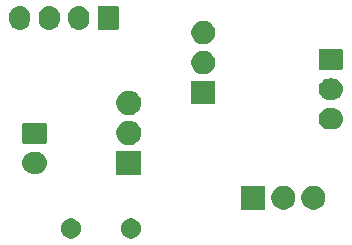
<source format=gts>
G04 #@! TF.GenerationSoftware,KiCad,Pcbnew,(5.1.5)-3*
G04 #@! TF.CreationDate,2020-04-03T17:49:39+02:00*
G04 #@! TF.ProjectId,SM-Magnet,534d2d4d-6167-46e6-9574-2e6b69636164,rev?*
G04 #@! TF.SameCoordinates,Original*
G04 #@! TF.FileFunction,Soldermask,Top*
G04 #@! TF.FilePolarity,Negative*
%FSLAX46Y46*%
G04 Gerber Fmt 4.6, Leading zero omitted, Abs format (unit mm)*
G04 Created by KiCad (PCBNEW (5.1.5)-3) date 2020-04-03 17:49:39*
%MOMM*%
%LPD*%
G04 APERTURE LIST*
%ADD10C,0.100000*%
G04 APERTURE END LIST*
D10*
G36*
X36328228Y-37981703D02*
G01*
X36483100Y-38045853D01*
X36622481Y-38138985D01*
X36741015Y-38257519D01*
X36834147Y-38396900D01*
X36898297Y-38551772D01*
X36931000Y-38716184D01*
X36931000Y-38883816D01*
X36898297Y-39048228D01*
X36834147Y-39203100D01*
X36741015Y-39342481D01*
X36622481Y-39461015D01*
X36483100Y-39554147D01*
X36328228Y-39618297D01*
X36163816Y-39651000D01*
X35996184Y-39651000D01*
X35831772Y-39618297D01*
X35676900Y-39554147D01*
X35537519Y-39461015D01*
X35418985Y-39342481D01*
X35325853Y-39203100D01*
X35261703Y-39048228D01*
X35229000Y-38883816D01*
X35229000Y-38716184D01*
X35261703Y-38551772D01*
X35325853Y-38396900D01*
X35418985Y-38257519D01*
X35537519Y-38138985D01*
X35676900Y-38045853D01*
X35831772Y-37981703D01*
X35996184Y-37949000D01*
X36163816Y-37949000D01*
X36328228Y-37981703D01*
G37*
G36*
X31248228Y-37981703D02*
G01*
X31403100Y-38045853D01*
X31542481Y-38138985D01*
X31661015Y-38257519D01*
X31754147Y-38396900D01*
X31818297Y-38551772D01*
X31851000Y-38716184D01*
X31851000Y-38883816D01*
X31818297Y-39048228D01*
X31754147Y-39203100D01*
X31661015Y-39342481D01*
X31542481Y-39461015D01*
X31403100Y-39554147D01*
X31248228Y-39618297D01*
X31083816Y-39651000D01*
X30916184Y-39651000D01*
X30751772Y-39618297D01*
X30596900Y-39554147D01*
X30457519Y-39461015D01*
X30338985Y-39342481D01*
X30245853Y-39203100D01*
X30181703Y-39048228D01*
X30149000Y-38883816D01*
X30149000Y-38716184D01*
X30181703Y-38551772D01*
X30245853Y-38396900D01*
X30338985Y-38257519D01*
X30457519Y-38138985D01*
X30596900Y-38045853D01*
X30751772Y-37981703D01*
X30916184Y-37949000D01*
X31083816Y-37949000D01*
X31248228Y-37981703D01*
G37*
G36*
X47481000Y-37221000D02*
G01*
X45439000Y-37221000D01*
X45439000Y-35179000D01*
X47481000Y-35179000D01*
X47481000Y-37221000D01*
G37*
G36*
X51837814Y-35218236D02*
G01*
X52023626Y-35295202D01*
X52190847Y-35406935D01*
X52333065Y-35549153D01*
X52444798Y-35716374D01*
X52521764Y-35902186D01*
X52561000Y-36099439D01*
X52561000Y-36300561D01*
X52521764Y-36497814D01*
X52444798Y-36683626D01*
X52333065Y-36850847D01*
X52190847Y-36993065D01*
X52023626Y-37104798D01*
X51837814Y-37181764D01*
X51640561Y-37221000D01*
X51439439Y-37221000D01*
X51242186Y-37181764D01*
X51056374Y-37104798D01*
X50889153Y-36993065D01*
X50746935Y-36850847D01*
X50635202Y-36683626D01*
X50558236Y-36497814D01*
X50519000Y-36300561D01*
X50519000Y-36099439D01*
X50558236Y-35902186D01*
X50635202Y-35716374D01*
X50746935Y-35549153D01*
X50889153Y-35406935D01*
X51056374Y-35295202D01*
X51242186Y-35218236D01*
X51439439Y-35179000D01*
X51640561Y-35179000D01*
X51837814Y-35218236D01*
G37*
G36*
X49297814Y-35218236D02*
G01*
X49483626Y-35295202D01*
X49650847Y-35406935D01*
X49793065Y-35549153D01*
X49904798Y-35716374D01*
X49981764Y-35902186D01*
X50021000Y-36099439D01*
X50021000Y-36300561D01*
X49981764Y-36497814D01*
X49904798Y-36683626D01*
X49793065Y-36850847D01*
X49650847Y-36993065D01*
X49483626Y-37104798D01*
X49297814Y-37181764D01*
X49100561Y-37221000D01*
X48899439Y-37221000D01*
X48702186Y-37181764D01*
X48516374Y-37104798D01*
X48349153Y-36993065D01*
X48206935Y-36850847D01*
X48095202Y-36683626D01*
X48018236Y-36497814D01*
X47979000Y-36300561D01*
X47979000Y-36099439D01*
X48018236Y-35902186D01*
X48095202Y-35716374D01*
X48206935Y-35549153D01*
X48349153Y-35406935D01*
X48516374Y-35295202D01*
X48702186Y-35218236D01*
X48899439Y-35179000D01*
X49100561Y-35179000D01*
X49297814Y-35218236D01*
G37*
G36*
X36941000Y-34281000D02*
G01*
X34859000Y-34281000D01*
X34859000Y-32199000D01*
X36941000Y-32199000D01*
X36941000Y-34281000D01*
G37*
G36*
X28200443Y-32355519D02*
G01*
X28266627Y-32362037D01*
X28436466Y-32413557D01*
X28592991Y-32497222D01*
X28628729Y-32526552D01*
X28730186Y-32609814D01*
X28813448Y-32711271D01*
X28842778Y-32747009D01*
X28926443Y-32903534D01*
X28977963Y-33073373D01*
X28995359Y-33250000D01*
X28977963Y-33426627D01*
X28926443Y-33596466D01*
X28842778Y-33752991D01*
X28813448Y-33788729D01*
X28730186Y-33890186D01*
X28628729Y-33973448D01*
X28592991Y-34002778D01*
X28436466Y-34086443D01*
X28266627Y-34137963D01*
X28200443Y-34144481D01*
X28134260Y-34151000D01*
X27745740Y-34151000D01*
X27679557Y-34144481D01*
X27613373Y-34137963D01*
X27443534Y-34086443D01*
X27287009Y-34002778D01*
X27251271Y-33973448D01*
X27149814Y-33890186D01*
X27066552Y-33788729D01*
X27037222Y-33752991D01*
X26953557Y-33596466D01*
X26902037Y-33426627D01*
X26884641Y-33250000D01*
X26902037Y-33073373D01*
X26953557Y-32903534D01*
X27037222Y-32747009D01*
X27066552Y-32711271D01*
X27149814Y-32609814D01*
X27251271Y-32526552D01*
X27287009Y-32497222D01*
X27443534Y-32413557D01*
X27613373Y-32362037D01*
X27679557Y-32355519D01*
X27745740Y-32349000D01*
X28134260Y-32349000D01*
X28200443Y-32355519D01*
G37*
G36*
X36203647Y-29699004D02*
G01*
X36393097Y-29777477D01*
X36393098Y-29777478D01*
X36563599Y-29891402D01*
X36708598Y-30036401D01*
X36760447Y-30114000D01*
X36822523Y-30206903D01*
X36900996Y-30396353D01*
X36941000Y-30597469D01*
X36941000Y-30802531D01*
X36900996Y-31003647D01*
X36822523Y-31193097D01*
X36822522Y-31193098D01*
X36708598Y-31363599D01*
X36563599Y-31508598D01*
X36468556Y-31572103D01*
X36393097Y-31622523D01*
X36203647Y-31700996D01*
X36002531Y-31741000D01*
X35797469Y-31741000D01*
X35596353Y-31700996D01*
X35406903Y-31622523D01*
X35331444Y-31572103D01*
X35236401Y-31508598D01*
X35091402Y-31363599D01*
X34977478Y-31193098D01*
X34977477Y-31193097D01*
X34899004Y-31003647D01*
X34859000Y-30802531D01*
X34859000Y-30597469D01*
X34899004Y-30396353D01*
X34977477Y-30206903D01*
X35039553Y-30114000D01*
X35091402Y-30036401D01*
X35236401Y-29891402D01*
X35406902Y-29777478D01*
X35406903Y-29777477D01*
X35596353Y-29699004D01*
X35797469Y-29659000D01*
X36002531Y-29659000D01*
X36203647Y-29699004D01*
G37*
G36*
X28848600Y-29852989D02*
G01*
X28881652Y-29863015D01*
X28912103Y-29879292D01*
X28938799Y-29901201D01*
X28960708Y-29927897D01*
X28976985Y-29958348D01*
X28987011Y-29991400D01*
X28991000Y-30031903D01*
X28991000Y-31468097D01*
X28987011Y-31508600D01*
X28976985Y-31541652D01*
X28960708Y-31572103D01*
X28938799Y-31598799D01*
X28912103Y-31620708D01*
X28881652Y-31636985D01*
X28848600Y-31647011D01*
X28808097Y-31651000D01*
X27071903Y-31651000D01*
X27031400Y-31647011D01*
X26998348Y-31636985D01*
X26967897Y-31620708D01*
X26941201Y-31598799D01*
X26919292Y-31572103D01*
X26903015Y-31541652D01*
X26892989Y-31508600D01*
X26889000Y-31468097D01*
X26889000Y-30031903D01*
X26892989Y-29991400D01*
X26903015Y-29958348D01*
X26919292Y-29927897D01*
X26941201Y-29901201D01*
X26967897Y-29879292D01*
X26998348Y-29863015D01*
X27031400Y-29852989D01*
X27071903Y-29849000D01*
X28808097Y-29849000D01*
X28848600Y-29852989D01*
G37*
G36*
X53235443Y-28605519D02*
G01*
X53301627Y-28612037D01*
X53471466Y-28663557D01*
X53627991Y-28747222D01*
X53663729Y-28776552D01*
X53765186Y-28859814D01*
X53848448Y-28961271D01*
X53877778Y-28997009D01*
X53961443Y-29153534D01*
X54012963Y-29323373D01*
X54030359Y-29500000D01*
X54012963Y-29676627D01*
X53961443Y-29846466D01*
X53877778Y-30002991D01*
X53869901Y-30012589D01*
X53765186Y-30140186D01*
X53663729Y-30223448D01*
X53627991Y-30252778D01*
X53471466Y-30336443D01*
X53301627Y-30387963D01*
X53235442Y-30394482D01*
X53169260Y-30401000D01*
X52830740Y-30401000D01*
X52764558Y-30394482D01*
X52698373Y-30387963D01*
X52528534Y-30336443D01*
X52372009Y-30252778D01*
X52336271Y-30223448D01*
X52234814Y-30140186D01*
X52130099Y-30012589D01*
X52122222Y-30002991D01*
X52038557Y-29846466D01*
X51987037Y-29676627D01*
X51969641Y-29500000D01*
X51987037Y-29323373D01*
X52038557Y-29153534D01*
X52122222Y-28997009D01*
X52151552Y-28961271D01*
X52234814Y-28859814D01*
X52336271Y-28776552D01*
X52372009Y-28747222D01*
X52528534Y-28663557D01*
X52698373Y-28612037D01*
X52764557Y-28605519D01*
X52830740Y-28599000D01*
X53169260Y-28599000D01*
X53235443Y-28605519D01*
G37*
G36*
X36203647Y-27159004D02*
G01*
X36393097Y-27237477D01*
X36393098Y-27237478D01*
X36563599Y-27351402D01*
X36708598Y-27496401D01*
X36713001Y-27502991D01*
X36822523Y-27666903D01*
X36900996Y-27856353D01*
X36941000Y-28057469D01*
X36941000Y-28262531D01*
X36900996Y-28463647D01*
X36822523Y-28653097D01*
X36822522Y-28653098D01*
X36708598Y-28823599D01*
X36563599Y-28968598D01*
X36449674Y-29044719D01*
X36393097Y-29082523D01*
X36203647Y-29160996D01*
X36002531Y-29201000D01*
X35797469Y-29201000D01*
X35596353Y-29160996D01*
X35406903Y-29082523D01*
X35350326Y-29044719D01*
X35236401Y-28968598D01*
X35091402Y-28823599D01*
X34977478Y-28653098D01*
X34977477Y-28653097D01*
X34899004Y-28463647D01*
X34859000Y-28262531D01*
X34859000Y-28057469D01*
X34899004Y-27856353D01*
X34977477Y-27666903D01*
X35086999Y-27502991D01*
X35091402Y-27496401D01*
X35236401Y-27351402D01*
X35406902Y-27237478D01*
X35406903Y-27237477D01*
X35596353Y-27159004D01*
X35797469Y-27119000D01*
X36002531Y-27119000D01*
X36203647Y-27159004D01*
G37*
G36*
X43206000Y-28286000D02*
G01*
X41194000Y-28286000D01*
X41194000Y-26274000D01*
X43206000Y-26274000D01*
X43206000Y-28286000D01*
G37*
G36*
X53235442Y-26105518D02*
G01*
X53301627Y-26112037D01*
X53471466Y-26163557D01*
X53627991Y-26247222D01*
X53660620Y-26274000D01*
X53765186Y-26359814D01*
X53848448Y-26461271D01*
X53877778Y-26497009D01*
X53961443Y-26653534D01*
X54012963Y-26823373D01*
X54030359Y-27000000D01*
X54012963Y-27176627D01*
X53961443Y-27346466D01*
X53877778Y-27502991D01*
X53848448Y-27538729D01*
X53765186Y-27640186D01*
X53663729Y-27723448D01*
X53627991Y-27752778D01*
X53471466Y-27836443D01*
X53301627Y-27887963D01*
X53235443Y-27894481D01*
X53169260Y-27901000D01*
X52830740Y-27901000D01*
X52764557Y-27894481D01*
X52698373Y-27887963D01*
X52528534Y-27836443D01*
X52372009Y-27752778D01*
X52336271Y-27723448D01*
X52234814Y-27640186D01*
X52151552Y-27538729D01*
X52122222Y-27502991D01*
X52038557Y-27346466D01*
X51987037Y-27176627D01*
X51969641Y-27000000D01*
X51987037Y-26823373D01*
X52038557Y-26653534D01*
X52122222Y-26497009D01*
X52151552Y-26461271D01*
X52234814Y-26359814D01*
X52339380Y-26274000D01*
X52372009Y-26247222D01*
X52528534Y-26163557D01*
X52698373Y-26112037D01*
X52764558Y-26105518D01*
X52830740Y-26099000D01*
X53169260Y-26099000D01*
X53235442Y-26105518D01*
G37*
G36*
X42428653Y-23759773D02*
G01*
X42493439Y-23772660D01*
X42676520Y-23848494D01*
X42841288Y-23958588D01*
X42981412Y-24098712D01*
X43091506Y-24263480D01*
X43167340Y-24446561D01*
X43206000Y-24640918D01*
X43206000Y-24839082D01*
X43167340Y-25033439D01*
X43091506Y-25216520D01*
X42981412Y-25381288D01*
X42841288Y-25521412D01*
X42676520Y-25631506D01*
X42493439Y-25707340D01*
X42428653Y-25720227D01*
X42299084Y-25746000D01*
X42100916Y-25746000D01*
X41971347Y-25720227D01*
X41906561Y-25707340D01*
X41723480Y-25631506D01*
X41558712Y-25521412D01*
X41418588Y-25381288D01*
X41308494Y-25216520D01*
X41232660Y-25033439D01*
X41194000Y-24839082D01*
X41194000Y-24640918D01*
X41232660Y-24446561D01*
X41308494Y-24263480D01*
X41418588Y-24098712D01*
X41558712Y-23958588D01*
X41723480Y-23848494D01*
X41906561Y-23772660D01*
X41971347Y-23759773D01*
X42100916Y-23734000D01*
X42299084Y-23734000D01*
X42428653Y-23759773D01*
G37*
G36*
X53883600Y-23602989D02*
G01*
X53916652Y-23613015D01*
X53947103Y-23629292D01*
X53973799Y-23651201D01*
X53995708Y-23677897D01*
X54011985Y-23708348D01*
X54022011Y-23741400D01*
X54026000Y-23781903D01*
X54026000Y-25218097D01*
X54022011Y-25258600D01*
X54011985Y-25291652D01*
X53995708Y-25322103D01*
X53973799Y-25348799D01*
X53947103Y-25370708D01*
X53916652Y-25386985D01*
X53883600Y-25397011D01*
X53843097Y-25401000D01*
X52156903Y-25401000D01*
X52116400Y-25397011D01*
X52083348Y-25386985D01*
X52052897Y-25370708D01*
X52026201Y-25348799D01*
X52004292Y-25322103D01*
X51988015Y-25291652D01*
X51977989Y-25258600D01*
X51974000Y-25218097D01*
X51974000Y-23781903D01*
X51977989Y-23741400D01*
X51988015Y-23708348D01*
X52004292Y-23677897D01*
X52026201Y-23651201D01*
X52052897Y-23629292D01*
X52083348Y-23613015D01*
X52116400Y-23602989D01*
X52156903Y-23599000D01*
X53843097Y-23599000D01*
X53883600Y-23602989D01*
G37*
G36*
X42428653Y-21219773D02*
G01*
X42493439Y-21232660D01*
X42676520Y-21308494D01*
X42841288Y-21418588D01*
X42981412Y-21558712D01*
X43091506Y-21723480D01*
X43167340Y-21906561D01*
X43167340Y-21906562D01*
X43186197Y-22001359D01*
X43206000Y-22100918D01*
X43206000Y-22299082D01*
X43167340Y-22493439D01*
X43091506Y-22676520D01*
X42981412Y-22841288D01*
X42841288Y-22981412D01*
X42676520Y-23091506D01*
X42493439Y-23167340D01*
X42428653Y-23180227D01*
X42299084Y-23206000D01*
X42100916Y-23206000D01*
X41971347Y-23180227D01*
X41906561Y-23167340D01*
X41723480Y-23091506D01*
X41558712Y-22981412D01*
X41418588Y-22841288D01*
X41308494Y-22676520D01*
X41232660Y-22493439D01*
X41194000Y-22299082D01*
X41194000Y-22100918D01*
X41213804Y-22001359D01*
X41232660Y-21906562D01*
X41232660Y-21906561D01*
X41308494Y-21723480D01*
X41418588Y-21558712D01*
X41558712Y-21418588D01*
X41723480Y-21308494D01*
X41906561Y-21232660D01*
X41971347Y-21219773D01*
X42100916Y-21194000D01*
X42299084Y-21194000D01*
X42428653Y-21219773D01*
G37*
G36*
X31839627Y-19958037D02*
G01*
X32009466Y-20009557D01*
X32165991Y-20093222D01*
X32201729Y-20122552D01*
X32303186Y-20205814D01*
X32386448Y-20307271D01*
X32415778Y-20343009D01*
X32499443Y-20499534D01*
X32550963Y-20669374D01*
X32564000Y-20801743D01*
X32564000Y-21140258D01*
X32550963Y-21272627D01*
X32499443Y-21442466D01*
X32415778Y-21598991D01*
X32386448Y-21634729D01*
X32303186Y-21736186D01*
X32165989Y-21848779D01*
X32009467Y-21932442D01*
X32009465Y-21932443D01*
X31839626Y-21983963D01*
X31663000Y-22001359D01*
X31486373Y-21983963D01*
X31316534Y-21932443D01*
X31160009Y-21848778D01*
X31117750Y-21814097D01*
X31022814Y-21736186D01*
X30910221Y-21598989D01*
X30826558Y-21442467D01*
X30826557Y-21442465D01*
X30775037Y-21272626D01*
X30762000Y-21140257D01*
X30762000Y-20801742D01*
X30775037Y-20669373D01*
X30826557Y-20499534D01*
X30910222Y-20343009D01*
X31022815Y-20205815D01*
X31160010Y-20093222D01*
X31316535Y-20009557D01*
X31486374Y-19958037D01*
X31663000Y-19940641D01*
X31839627Y-19958037D01*
G37*
G36*
X26839627Y-19958037D02*
G01*
X27009466Y-20009557D01*
X27165991Y-20093222D01*
X27201729Y-20122552D01*
X27303186Y-20205814D01*
X27386448Y-20307271D01*
X27415778Y-20343009D01*
X27499443Y-20499534D01*
X27550963Y-20669374D01*
X27564000Y-20801743D01*
X27564000Y-21140258D01*
X27550963Y-21272627D01*
X27499443Y-21442466D01*
X27415778Y-21598991D01*
X27386448Y-21634729D01*
X27303186Y-21736186D01*
X27165989Y-21848779D01*
X27009467Y-21932442D01*
X27009465Y-21932443D01*
X26839626Y-21983963D01*
X26663000Y-22001359D01*
X26486373Y-21983963D01*
X26316534Y-21932443D01*
X26160009Y-21848778D01*
X26117750Y-21814097D01*
X26022814Y-21736186D01*
X25910221Y-21598989D01*
X25826558Y-21442467D01*
X25826557Y-21442465D01*
X25775037Y-21272626D01*
X25762000Y-21140257D01*
X25762000Y-20801742D01*
X25775037Y-20669373D01*
X25826557Y-20499534D01*
X25910222Y-20343009D01*
X26022815Y-20205815D01*
X26160010Y-20093222D01*
X26316535Y-20009557D01*
X26486374Y-19958037D01*
X26663000Y-19940641D01*
X26839627Y-19958037D01*
G37*
G36*
X29339627Y-19958037D02*
G01*
X29509466Y-20009557D01*
X29665991Y-20093222D01*
X29701729Y-20122552D01*
X29803186Y-20205814D01*
X29886448Y-20307271D01*
X29915778Y-20343009D01*
X29999443Y-20499534D01*
X30050963Y-20669374D01*
X30064000Y-20801743D01*
X30064000Y-21140258D01*
X30050963Y-21272627D01*
X29999443Y-21442466D01*
X29915778Y-21598991D01*
X29886448Y-21634729D01*
X29803186Y-21736186D01*
X29665989Y-21848779D01*
X29509467Y-21932442D01*
X29509465Y-21932443D01*
X29339626Y-21983963D01*
X29163000Y-22001359D01*
X28986373Y-21983963D01*
X28816534Y-21932443D01*
X28660009Y-21848778D01*
X28617750Y-21814097D01*
X28522814Y-21736186D01*
X28410221Y-21598989D01*
X28326558Y-21442467D01*
X28326557Y-21442465D01*
X28275037Y-21272626D01*
X28262000Y-21140257D01*
X28262000Y-20801742D01*
X28275037Y-20669373D01*
X28326557Y-20499534D01*
X28410222Y-20343009D01*
X28522815Y-20205815D01*
X28660010Y-20093222D01*
X28816535Y-20009557D01*
X28986374Y-19958037D01*
X29163000Y-19940641D01*
X29339627Y-19958037D01*
G37*
G36*
X34921600Y-19948989D02*
G01*
X34954652Y-19959015D01*
X34985103Y-19975292D01*
X35011799Y-19997201D01*
X35033708Y-20023897D01*
X35049985Y-20054348D01*
X35060011Y-20087400D01*
X35064000Y-20127903D01*
X35064000Y-21814097D01*
X35060011Y-21854600D01*
X35049985Y-21887652D01*
X35033708Y-21918103D01*
X35011799Y-21944799D01*
X34985103Y-21966708D01*
X34954652Y-21982985D01*
X34921600Y-21993011D01*
X34881097Y-21997000D01*
X33444903Y-21997000D01*
X33404400Y-21993011D01*
X33371348Y-21982985D01*
X33340897Y-21966708D01*
X33314201Y-21944799D01*
X33292292Y-21918103D01*
X33276015Y-21887652D01*
X33265989Y-21854600D01*
X33262000Y-21814097D01*
X33262000Y-20127903D01*
X33265989Y-20087400D01*
X33276015Y-20054348D01*
X33292292Y-20023897D01*
X33314201Y-19997201D01*
X33340897Y-19975292D01*
X33371348Y-19959015D01*
X33404400Y-19948989D01*
X33444903Y-19945000D01*
X34881097Y-19945000D01*
X34921600Y-19948989D01*
G37*
M02*

</source>
